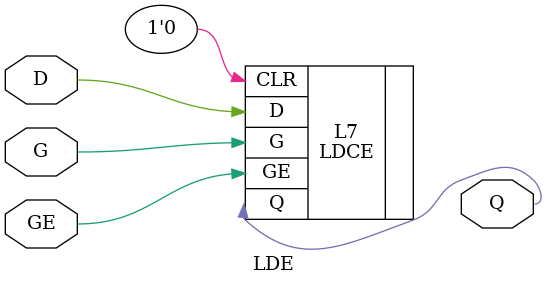
<source format=v>


`timescale  1 ps / 1 ps

module LDE (Q, G, GE, D);

    parameter [0:0] INIT = 1'b0;

    output Q;

    input  G, GE, D;

    wire Q;

    LDCE #(.INIT(INIT)) L7 (.Q(Q), .G(G), .GE(GE), .CLR(1'b0), .D(D));

endmodule


</source>
